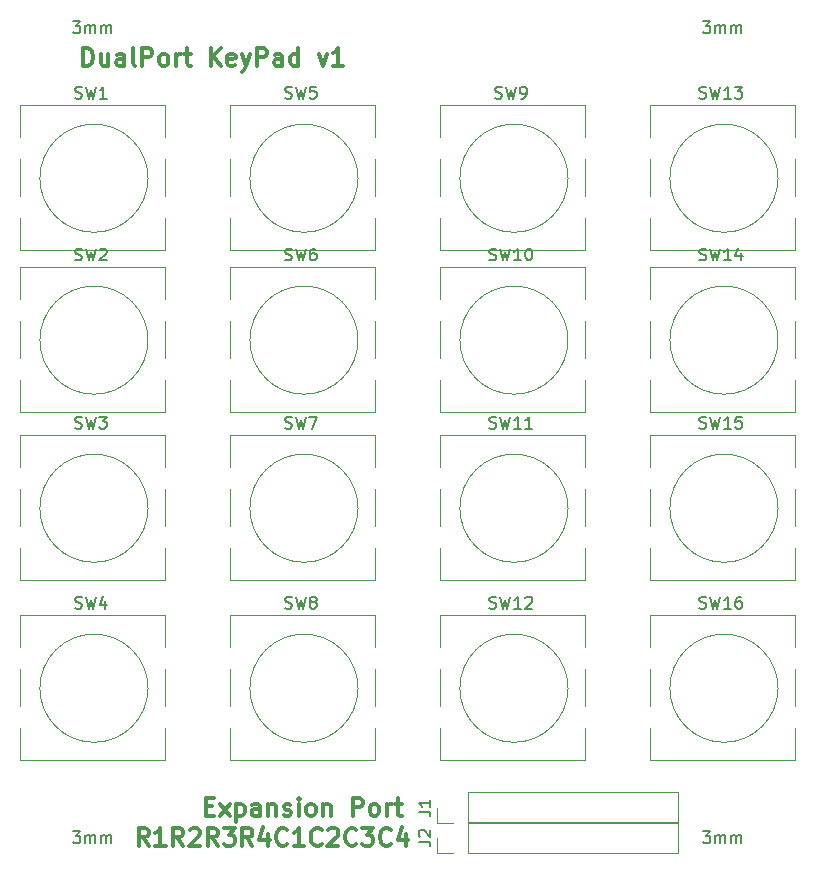
<source format=gbr>
%TF.GenerationSoftware,KiCad,Pcbnew,(6.0.1)*%
%TF.CreationDate,2022-01-27T23:18:00+02:00*%
%TF.ProjectId,Keypadv1,4b657970-6164-4763-912e-6b696361645f,rev?*%
%TF.SameCoordinates,Original*%
%TF.FileFunction,Legend,Top*%
%TF.FilePolarity,Positive*%
%FSLAX46Y46*%
G04 Gerber Fmt 4.6, Leading zero omitted, Abs format (unit mm)*
G04 Created by KiCad (PCBNEW (6.0.1)) date 2022-01-27 23:18:00*
%MOMM*%
%LPD*%
G01*
G04 APERTURE LIST*
%ADD10C,0.300000*%
%ADD11C,0.150000*%
%ADD12C,0.120000*%
G04 APERTURE END LIST*
D10*
X73320000Y-117518571D02*
X72820000Y-116804285D01*
X72462857Y-117518571D02*
X72462857Y-116018571D01*
X73034285Y-116018571D01*
X73177142Y-116090000D01*
X73248571Y-116161428D01*
X73320000Y-116304285D01*
X73320000Y-116518571D01*
X73248571Y-116661428D01*
X73177142Y-116732857D01*
X73034285Y-116804285D01*
X72462857Y-116804285D01*
X74748571Y-117518571D02*
X73891428Y-117518571D01*
X74320000Y-117518571D02*
X74320000Y-116018571D01*
X74177142Y-116232857D01*
X74034285Y-116375714D01*
X73891428Y-116447142D01*
X76248571Y-117518571D02*
X75748571Y-116804285D01*
X75391428Y-117518571D02*
X75391428Y-116018571D01*
X75962857Y-116018571D01*
X76105714Y-116090000D01*
X76177142Y-116161428D01*
X76248571Y-116304285D01*
X76248571Y-116518571D01*
X76177142Y-116661428D01*
X76105714Y-116732857D01*
X75962857Y-116804285D01*
X75391428Y-116804285D01*
X76820000Y-116161428D02*
X76891428Y-116090000D01*
X77034285Y-116018571D01*
X77391428Y-116018571D01*
X77534285Y-116090000D01*
X77605714Y-116161428D01*
X77677142Y-116304285D01*
X77677142Y-116447142D01*
X77605714Y-116661428D01*
X76748571Y-117518571D01*
X77677142Y-117518571D01*
X79177142Y-117518571D02*
X78677142Y-116804285D01*
X78320000Y-117518571D02*
X78320000Y-116018571D01*
X78891428Y-116018571D01*
X79034285Y-116090000D01*
X79105714Y-116161428D01*
X79177142Y-116304285D01*
X79177142Y-116518571D01*
X79105714Y-116661428D01*
X79034285Y-116732857D01*
X78891428Y-116804285D01*
X78320000Y-116804285D01*
X79677142Y-116018571D02*
X80605714Y-116018571D01*
X80105714Y-116590000D01*
X80320000Y-116590000D01*
X80462857Y-116661428D01*
X80534285Y-116732857D01*
X80605714Y-116875714D01*
X80605714Y-117232857D01*
X80534285Y-117375714D01*
X80462857Y-117447142D01*
X80320000Y-117518571D01*
X79891428Y-117518571D01*
X79748571Y-117447142D01*
X79677142Y-117375714D01*
X82105714Y-117518571D02*
X81605714Y-116804285D01*
X81248571Y-117518571D02*
X81248571Y-116018571D01*
X81820000Y-116018571D01*
X81962857Y-116090000D01*
X82034285Y-116161428D01*
X82105714Y-116304285D01*
X82105714Y-116518571D01*
X82034285Y-116661428D01*
X81962857Y-116732857D01*
X81820000Y-116804285D01*
X81248571Y-116804285D01*
X83391428Y-116518571D02*
X83391428Y-117518571D01*
X83034285Y-115947142D02*
X82677142Y-117018571D01*
X83605714Y-117018571D01*
X85034285Y-117375714D02*
X84962857Y-117447142D01*
X84748571Y-117518571D01*
X84605714Y-117518571D01*
X84391428Y-117447142D01*
X84248571Y-117304285D01*
X84177142Y-117161428D01*
X84105714Y-116875714D01*
X84105714Y-116661428D01*
X84177142Y-116375714D01*
X84248571Y-116232857D01*
X84391428Y-116090000D01*
X84605714Y-116018571D01*
X84748571Y-116018571D01*
X84962857Y-116090000D01*
X85034285Y-116161428D01*
X86462857Y-117518571D02*
X85605714Y-117518571D01*
X86034285Y-117518571D02*
X86034285Y-116018571D01*
X85891428Y-116232857D01*
X85748571Y-116375714D01*
X85605714Y-116447142D01*
X87962857Y-117375714D02*
X87891428Y-117447142D01*
X87677142Y-117518571D01*
X87534285Y-117518571D01*
X87320000Y-117447142D01*
X87177142Y-117304285D01*
X87105714Y-117161428D01*
X87034285Y-116875714D01*
X87034285Y-116661428D01*
X87105714Y-116375714D01*
X87177142Y-116232857D01*
X87320000Y-116090000D01*
X87534285Y-116018571D01*
X87677142Y-116018571D01*
X87891428Y-116090000D01*
X87962857Y-116161428D01*
X88534285Y-116161428D02*
X88605714Y-116090000D01*
X88748571Y-116018571D01*
X89105714Y-116018571D01*
X89248571Y-116090000D01*
X89320000Y-116161428D01*
X89391428Y-116304285D01*
X89391428Y-116447142D01*
X89320000Y-116661428D01*
X88462857Y-117518571D01*
X89391428Y-117518571D01*
X90891428Y-117375714D02*
X90820000Y-117447142D01*
X90605714Y-117518571D01*
X90462857Y-117518571D01*
X90248571Y-117447142D01*
X90105714Y-117304285D01*
X90034285Y-117161428D01*
X89962857Y-116875714D01*
X89962857Y-116661428D01*
X90034285Y-116375714D01*
X90105714Y-116232857D01*
X90248571Y-116090000D01*
X90462857Y-116018571D01*
X90605714Y-116018571D01*
X90820000Y-116090000D01*
X90891428Y-116161428D01*
X91391428Y-116018571D02*
X92320000Y-116018571D01*
X91820000Y-116590000D01*
X92034285Y-116590000D01*
X92177142Y-116661428D01*
X92248571Y-116732857D01*
X92320000Y-116875714D01*
X92320000Y-117232857D01*
X92248571Y-117375714D01*
X92177142Y-117447142D01*
X92034285Y-117518571D01*
X91605714Y-117518571D01*
X91462857Y-117447142D01*
X91391428Y-117375714D01*
X93820000Y-117375714D02*
X93748571Y-117447142D01*
X93534285Y-117518571D01*
X93391428Y-117518571D01*
X93177142Y-117447142D01*
X93034285Y-117304285D01*
X92962857Y-117161428D01*
X92891428Y-116875714D01*
X92891428Y-116661428D01*
X92962857Y-116375714D01*
X93034285Y-116232857D01*
X93177142Y-116090000D01*
X93391428Y-116018571D01*
X93534285Y-116018571D01*
X93748571Y-116090000D01*
X93820000Y-116161428D01*
X95105714Y-116518571D02*
X95105714Y-117518571D01*
X94748571Y-115947142D02*
X94391428Y-117018571D01*
X95320000Y-117018571D01*
X78181428Y-114192857D02*
X78681428Y-114192857D01*
X78895714Y-114978571D02*
X78181428Y-114978571D01*
X78181428Y-113478571D01*
X78895714Y-113478571D01*
X79395714Y-114978571D02*
X80181428Y-113978571D01*
X79395714Y-113978571D02*
X80181428Y-114978571D01*
X80752857Y-113978571D02*
X80752857Y-115478571D01*
X80752857Y-114050000D02*
X80895714Y-113978571D01*
X81181428Y-113978571D01*
X81324285Y-114050000D01*
X81395714Y-114121428D01*
X81467142Y-114264285D01*
X81467142Y-114692857D01*
X81395714Y-114835714D01*
X81324285Y-114907142D01*
X81181428Y-114978571D01*
X80895714Y-114978571D01*
X80752857Y-114907142D01*
X82752857Y-114978571D02*
X82752857Y-114192857D01*
X82681428Y-114050000D01*
X82538571Y-113978571D01*
X82252857Y-113978571D01*
X82110000Y-114050000D01*
X82752857Y-114907142D02*
X82610000Y-114978571D01*
X82252857Y-114978571D01*
X82110000Y-114907142D01*
X82038571Y-114764285D01*
X82038571Y-114621428D01*
X82110000Y-114478571D01*
X82252857Y-114407142D01*
X82610000Y-114407142D01*
X82752857Y-114335714D01*
X83467142Y-113978571D02*
X83467142Y-114978571D01*
X83467142Y-114121428D02*
X83538571Y-114050000D01*
X83681428Y-113978571D01*
X83895714Y-113978571D01*
X84038571Y-114050000D01*
X84110000Y-114192857D01*
X84110000Y-114978571D01*
X84752857Y-114907142D02*
X84895714Y-114978571D01*
X85181428Y-114978571D01*
X85324285Y-114907142D01*
X85395714Y-114764285D01*
X85395714Y-114692857D01*
X85324285Y-114550000D01*
X85181428Y-114478571D01*
X84967142Y-114478571D01*
X84824285Y-114407142D01*
X84752857Y-114264285D01*
X84752857Y-114192857D01*
X84824285Y-114050000D01*
X84967142Y-113978571D01*
X85181428Y-113978571D01*
X85324285Y-114050000D01*
X86038571Y-114978571D02*
X86038571Y-113978571D01*
X86038571Y-113478571D02*
X85967142Y-113550000D01*
X86038571Y-113621428D01*
X86110000Y-113550000D01*
X86038571Y-113478571D01*
X86038571Y-113621428D01*
X86967142Y-114978571D02*
X86824285Y-114907142D01*
X86752857Y-114835714D01*
X86681428Y-114692857D01*
X86681428Y-114264285D01*
X86752857Y-114121428D01*
X86824285Y-114050000D01*
X86967142Y-113978571D01*
X87181428Y-113978571D01*
X87324285Y-114050000D01*
X87395714Y-114121428D01*
X87467142Y-114264285D01*
X87467142Y-114692857D01*
X87395714Y-114835714D01*
X87324285Y-114907142D01*
X87181428Y-114978571D01*
X86967142Y-114978571D01*
X88110000Y-113978571D02*
X88110000Y-114978571D01*
X88110000Y-114121428D02*
X88181428Y-114050000D01*
X88324285Y-113978571D01*
X88538571Y-113978571D01*
X88681428Y-114050000D01*
X88752857Y-114192857D01*
X88752857Y-114978571D01*
X90610000Y-114978571D02*
X90610000Y-113478571D01*
X91181428Y-113478571D01*
X91324285Y-113550000D01*
X91395714Y-113621428D01*
X91467142Y-113764285D01*
X91467142Y-113978571D01*
X91395714Y-114121428D01*
X91324285Y-114192857D01*
X91181428Y-114264285D01*
X90610000Y-114264285D01*
X92324285Y-114978571D02*
X92181428Y-114907142D01*
X92110000Y-114835714D01*
X92038571Y-114692857D01*
X92038571Y-114264285D01*
X92110000Y-114121428D01*
X92181428Y-114050000D01*
X92324285Y-113978571D01*
X92538571Y-113978571D01*
X92681428Y-114050000D01*
X92752857Y-114121428D01*
X92824285Y-114264285D01*
X92824285Y-114692857D01*
X92752857Y-114835714D01*
X92681428Y-114907142D01*
X92538571Y-114978571D01*
X92324285Y-114978571D01*
X93467142Y-114978571D02*
X93467142Y-113978571D01*
X93467142Y-114264285D02*
X93538571Y-114121428D01*
X93610000Y-114050000D01*
X93752857Y-113978571D01*
X93895714Y-113978571D01*
X94181428Y-113978571D02*
X94752857Y-113978571D01*
X94395714Y-113478571D02*
X94395714Y-114764285D01*
X94467142Y-114907142D01*
X94610000Y-114978571D01*
X94752857Y-114978571D01*
X67775714Y-51478571D02*
X67775714Y-49978571D01*
X68132857Y-49978571D01*
X68347142Y-50050000D01*
X68490000Y-50192857D01*
X68561428Y-50335714D01*
X68632857Y-50621428D01*
X68632857Y-50835714D01*
X68561428Y-51121428D01*
X68490000Y-51264285D01*
X68347142Y-51407142D01*
X68132857Y-51478571D01*
X67775714Y-51478571D01*
X69918571Y-50478571D02*
X69918571Y-51478571D01*
X69275714Y-50478571D02*
X69275714Y-51264285D01*
X69347142Y-51407142D01*
X69490000Y-51478571D01*
X69704285Y-51478571D01*
X69847142Y-51407142D01*
X69918571Y-51335714D01*
X71275714Y-51478571D02*
X71275714Y-50692857D01*
X71204285Y-50550000D01*
X71061428Y-50478571D01*
X70775714Y-50478571D01*
X70632857Y-50550000D01*
X71275714Y-51407142D02*
X71132857Y-51478571D01*
X70775714Y-51478571D01*
X70632857Y-51407142D01*
X70561428Y-51264285D01*
X70561428Y-51121428D01*
X70632857Y-50978571D01*
X70775714Y-50907142D01*
X71132857Y-50907142D01*
X71275714Y-50835714D01*
X72204285Y-51478571D02*
X72061428Y-51407142D01*
X71990000Y-51264285D01*
X71990000Y-49978571D01*
X72775714Y-51478571D02*
X72775714Y-49978571D01*
X73347142Y-49978571D01*
X73490000Y-50050000D01*
X73561428Y-50121428D01*
X73632857Y-50264285D01*
X73632857Y-50478571D01*
X73561428Y-50621428D01*
X73490000Y-50692857D01*
X73347142Y-50764285D01*
X72775714Y-50764285D01*
X74490000Y-51478571D02*
X74347142Y-51407142D01*
X74275714Y-51335714D01*
X74204285Y-51192857D01*
X74204285Y-50764285D01*
X74275714Y-50621428D01*
X74347142Y-50550000D01*
X74490000Y-50478571D01*
X74704285Y-50478571D01*
X74847142Y-50550000D01*
X74918571Y-50621428D01*
X74990000Y-50764285D01*
X74990000Y-51192857D01*
X74918571Y-51335714D01*
X74847142Y-51407142D01*
X74704285Y-51478571D01*
X74490000Y-51478571D01*
X75632857Y-51478571D02*
X75632857Y-50478571D01*
X75632857Y-50764285D02*
X75704285Y-50621428D01*
X75775714Y-50550000D01*
X75918571Y-50478571D01*
X76061428Y-50478571D01*
X76347142Y-50478571D02*
X76918571Y-50478571D01*
X76561428Y-49978571D02*
X76561428Y-51264285D01*
X76632857Y-51407142D01*
X76775714Y-51478571D01*
X76918571Y-51478571D01*
X78561428Y-51478571D02*
X78561428Y-49978571D01*
X79418571Y-51478571D02*
X78775714Y-50621428D01*
X79418571Y-49978571D02*
X78561428Y-50835714D01*
X80632857Y-51407142D02*
X80490000Y-51478571D01*
X80204285Y-51478571D01*
X80061428Y-51407142D01*
X79990000Y-51264285D01*
X79990000Y-50692857D01*
X80061428Y-50550000D01*
X80204285Y-50478571D01*
X80490000Y-50478571D01*
X80632857Y-50550000D01*
X80704285Y-50692857D01*
X80704285Y-50835714D01*
X79990000Y-50978571D01*
X81204285Y-50478571D02*
X81561428Y-51478571D01*
X81918571Y-50478571D02*
X81561428Y-51478571D01*
X81418571Y-51835714D01*
X81347142Y-51907142D01*
X81204285Y-51978571D01*
X82490000Y-51478571D02*
X82490000Y-49978571D01*
X83061428Y-49978571D01*
X83204285Y-50050000D01*
X83275714Y-50121428D01*
X83347142Y-50264285D01*
X83347142Y-50478571D01*
X83275714Y-50621428D01*
X83204285Y-50692857D01*
X83061428Y-50764285D01*
X82490000Y-50764285D01*
X84632857Y-51478571D02*
X84632857Y-50692857D01*
X84561428Y-50550000D01*
X84418571Y-50478571D01*
X84132857Y-50478571D01*
X83990000Y-50550000D01*
X84632857Y-51407142D02*
X84490000Y-51478571D01*
X84132857Y-51478571D01*
X83990000Y-51407142D01*
X83918571Y-51264285D01*
X83918571Y-51121428D01*
X83990000Y-50978571D01*
X84132857Y-50907142D01*
X84490000Y-50907142D01*
X84632857Y-50835714D01*
X85990000Y-51478571D02*
X85990000Y-49978571D01*
X85990000Y-51407142D02*
X85847142Y-51478571D01*
X85561428Y-51478571D01*
X85418571Y-51407142D01*
X85347142Y-51335714D01*
X85275714Y-51192857D01*
X85275714Y-50764285D01*
X85347142Y-50621428D01*
X85418571Y-50550000D01*
X85561428Y-50478571D01*
X85847142Y-50478571D01*
X85990000Y-50550000D01*
X87704285Y-50478571D02*
X88061428Y-51478571D01*
X88418571Y-50478571D01*
X89775714Y-51478571D02*
X88918571Y-51478571D01*
X89347142Y-51478571D02*
X89347142Y-49978571D01*
X89204285Y-50192857D01*
X89061428Y-50335714D01*
X88918571Y-50407142D01*
D11*
%TO.C,SW5*%
X84866666Y-54204761D02*
X85009523Y-54252380D01*
X85247619Y-54252380D01*
X85342857Y-54204761D01*
X85390476Y-54157142D01*
X85438095Y-54061904D01*
X85438095Y-53966666D01*
X85390476Y-53871428D01*
X85342857Y-53823809D01*
X85247619Y-53776190D01*
X85057142Y-53728571D01*
X84961904Y-53680952D01*
X84914285Y-53633333D01*
X84866666Y-53538095D01*
X84866666Y-53442857D01*
X84914285Y-53347619D01*
X84961904Y-53300000D01*
X85057142Y-53252380D01*
X85295238Y-53252380D01*
X85438095Y-53300000D01*
X85771428Y-53252380D02*
X86009523Y-54252380D01*
X86200000Y-53538095D01*
X86390476Y-54252380D01*
X86628571Y-53252380D01*
X87485714Y-53252380D02*
X87009523Y-53252380D01*
X86961904Y-53728571D01*
X87009523Y-53680952D01*
X87104761Y-53633333D01*
X87342857Y-53633333D01*
X87438095Y-53680952D01*
X87485714Y-53728571D01*
X87533333Y-53823809D01*
X87533333Y-54061904D01*
X87485714Y-54157142D01*
X87438095Y-54204761D01*
X87342857Y-54252380D01*
X87104761Y-54252380D01*
X87009523Y-54204761D01*
X86961904Y-54157142D01*
%TO.C,SW2*%
X67086666Y-67914761D02*
X67229523Y-67962380D01*
X67467619Y-67962380D01*
X67562857Y-67914761D01*
X67610476Y-67867142D01*
X67658095Y-67771904D01*
X67658095Y-67676666D01*
X67610476Y-67581428D01*
X67562857Y-67533809D01*
X67467619Y-67486190D01*
X67277142Y-67438571D01*
X67181904Y-67390952D01*
X67134285Y-67343333D01*
X67086666Y-67248095D01*
X67086666Y-67152857D01*
X67134285Y-67057619D01*
X67181904Y-67010000D01*
X67277142Y-66962380D01*
X67515238Y-66962380D01*
X67658095Y-67010000D01*
X67991428Y-66962380D02*
X68229523Y-67962380D01*
X68420000Y-67248095D01*
X68610476Y-67962380D01*
X68848571Y-66962380D01*
X69181904Y-67057619D02*
X69229523Y-67010000D01*
X69324761Y-66962380D01*
X69562857Y-66962380D01*
X69658095Y-67010000D01*
X69705714Y-67057619D01*
X69753333Y-67152857D01*
X69753333Y-67248095D01*
X69705714Y-67390952D01*
X69134285Y-67962380D01*
X69753333Y-67962380D01*
%TO.C,SW4*%
X67086666Y-97384761D02*
X67229523Y-97432380D01*
X67467619Y-97432380D01*
X67562857Y-97384761D01*
X67610476Y-97337142D01*
X67658095Y-97241904D01*
X67658095Y-97146666D01*
X67610476Y-97051428D01*
X67562857Y-97003809D01*
X67467619Y-96956190D01*
X67277142Y-96908571D01*
X67181904Y-96860952D01*
X67134285Y-96813333D01*
X67086666Y-96718095D01*
X67086666Y-96622857D01*
X67134285Y-96527619D01*
X67181904Y-96480000D01*
X67277142Y-96432380D01*
X67515238Y-96432380D01*
X67658095Y-96480000D01*
X67991428Y-96432380D02*
X68229523Y-97432380D01*
X68420000Y-96718095D01*
X68610476Y-97432380D01*
X68848571Y-96432380D01*
X69658095Y-96765714D02*
X69658095Y-97432380D01*
X69420000Y-96384761D02*
X69181904Y-97099047D01*
X69800952Y-97099047D01*
%TO.C,SW6*%
X84866666Y-67914761D02*
X85009523Y-67962380D01*
X85247619Y-67962380D01*
X85342857Y-67914761D01*
X85390476Y-67867142D01*
X85438095Y-67771904D01*
X85438095Y-67676666D01*
X85390476Y-67581428D01*
X85342857Y-67533809D01*
X85247619Y-67486190D01*
X85057142Y-67438571D01*
X84961904Y-67390952D01*
X84914285Y-67343333D01*
X84866666Y-67248095D01*
X84866666Y-67152857D01*
X84914285Y-67057619D01*
X84961904Y-67010000D01*
X85057142Y-66962380D01*
X85295238Y-66962380D01*
X85438095Y-67010000D01*
X85771428Y-66962380D02*
X86009523Y-67962380D01*
X86200000Y-67248095D01*
X86390476Y-67962380D01*
X86628571Y-66962380D01*
X87438095Y-66962380D02*
X87247619Y-66962380D01*
X87152380Y-67010000D01*
X87104761Y-67057619D01*
X87009523Y-67200476D01*
X86961904Y-67390952D01*
X86961904Y-67771904D01*
X87009523Y-67867142D01*
X87057142Y-67914761D01*
X87152380Y-67962380D01*
X87342857Y-67962380D01*
X87438095Y-67914761D01*
X87485714Y-67867142D01*
X87533333Y-67771904D01*
X87533333Y-67533809D01*
X87485714Y-67438571D01*
X87438095Y-67390952D01*
X87342857Y-67343333D01*
X87152380Y-67343333D01*
X87057142Y-67390952D01*
X87009523Y-67438571D01*
X86961904Y-67533809D01*
%TO.C,J2*%
X96182380Y-117173333D02*
X96896666Y-117173333D01*
X97039523Y-117220952D01*
X97134761Y-117316190D01*
X97182380Y-117459047D01*
X97182380Y-117554285D01*
X96277619Y-116744761D02*
X96230000Y-116697142D01*
X96182380Y-116601904D01*
X96182380Y-116363809D01*
X96230000Y-116268571D01*
X96277619Y-116220952D01*
X96372857Y-116173333D01*
X96468095Y-116173333D01*
X96610952Y-116220952D01*
X97182380Y-116792380D01*
X97182380Y-116173333D01*
%TO.C,SW10*%
X102170476Y-67914761D02*
X102313333Y-67962380D01*
X102551428Y-67962380D01*
X102646666Y-67914761D01*
X102694285Y-67867142D01*
X102741904Y-67771904D01*
X102741904Y-67676666D01*
X102694285Y-67581428D01*
X102646666Y-67533809D01*
X102551428Y-67486190D01*
X102360952Y-67438571D01*
X102265714Y-67390952D01*
X102218095Y-67343333D01*
X102170476Y-67248095D01*
X102170476Y-67152857D01*
X102218095Y-67057619D01*
X102265714Y-67010000D01*
X102360952Y-66962380D01*
X102599047Y-66962380D01*
X102741904Y-67010000D01*
X103075238Y-66962380D02*
X103313333Y-67962380D01*
X103503809Y-67248095D01*
X103694285Y-67962380D01*
X103932380Y-66962380D01*
X104837142Y-67962380D02*
X104265714Y-67962380D01*
X104551428Y-67962380D02*
X104551428Y-66962380D01*
X104456190Y-67105238D01*
X104360952Y-67200476D01*
X104265714Y-67248095D01*
X105456190Y-66962380D02*
X105551428Y-66962380D01*
X105646666Y-67010000D01*
X105694285Y-67057619D01*
X105741904Y-67152857D01*
X105789523Y-67343333D01*
X105789523Y-67581428D01*
X105741904Y-67771904D01*
X105694285Y-67867142D01*
X105646666Y-67914761D01*
X105551428Y-67962380D01*
X105456190Y-67962380D01*
X105360952Y-67914761D01*
X105313333Y-67867142D01*
X105265714Y-67771904D01*
X105218095Y-67581428D01*
X105218095Y-67343333D01*
X105265714Y-67152857D01*
X105313333Y-67057619D01*
X105360952Y-67010000D01*
X105456190Y-66962380D01*
%TO.C,3mm*%
X120253333Y-116292380D02*
X120872380Y-116292380D01*
X120539047Y-116673333D01*
X120681904Y-116673333D01*
X120777142Y-116720952D01*
X120824761Y-116768571D01*
X120872380Y-116863809D01*
X120872380Y-117101904D01*
X120824761Y-117197142D01*
X120777142Y-117244761D01*
X120681904Y-117292380D01*
X120396190Y-117292380D01*
X120300952Y-117244761D01*
X120253333Y-117197142D01*
X121300952Y-117292380D02*
X121300952Y-116625714D01*
X121300952Y-116720952D02*
X121348571Y-116673333D01*
X121443809Y-116625714D01*
X121586666Y-116625714D01*
X121681904Y-116673333D01*
X121729523Y-116768571D01*
X121729523Y-117292380D01*
X121729523Y-116768571D02*
X121777142Y-116673333D01*
X121872380Y-116625714D01*
X122015238Y-116625714D01*
X122110476Y-116673333D01*
X122158095Y-116768571D01*
X122158095Y-117292380D01*
X122634285Y-117292380D02*
X122634285Y-116625714D01*
X122634285Y-116720952D02*
X122681904Y-116673333D01*
X122777142Y-116625714D01*
X122920000Y-116625714D01*
X123015238Y-116673333D01*
X123062857Y-116768571D01*
X123062857Y-117292380D01*
X123062857Y-116768571D02*
X123110476Y-116673333D01*
X123205714Y-116625714D01*
X123348571Y-116625714D01*
X123443809Y-116673333D01*
X123491428Y-116768571D01*
X123491428Y-117292380D01*
%TO.C,SW1*%
X67086666Y-54204761D02*
X67229523Y-54252380D01*
X67467619Y-54252380D01*
X67562857Y-54204761D01*
X67610476Y-54157142D01*
X67658095Y-54061904D01*
X67658095Y-53966666D01*
X67610476Y-53871428D01*
X67562857Y-53823809D01*
X67467619Y-53776190D01*
X67277142Y-53728571D01*
X67181904Y-53680952D01*
X67134285Y-53633333D01*
X67086666Y-53538095D01*
X67086666Y-53442857D01*
X67134285Y-53347619D01*
X67181904Y-53300000D01*
X67277142Y-53252380D01*
X67515238Y-53252380D01*
X67658095Y-53300000D01*
X67991428Y-53252380D02*
X68229523Y-54252380D01*
X68420000Y-53538095D01*
X68610476Y-54252380D01*
X68848571Y-53252380D01*
X69753333Y-54252380D02*
X69181904Y-54252380D01*
X69467619Y-54252380D02*
X69467619Y-53252380D01*
X69372380Y-53395238D01*
X69277142Y-53490476D01*
X69181904Y-53538095D01*
%TO.C,SW11*%
X102170476Y-82144761D02*
X102313333Y-82192380D01*
X102551428Y-82192380D01*
X102646666Y-82144761D01*
X102694285Y-82097142D01*
X102741904Y-82001904D01*
X102741904Y-81906666D01*
X102694285Y-81811428D01*
X102646666Y-81763809D01*
X102551428Y-81716190D01*
X102360952Y-81668571D01*
X102265714Y-81620952D01*
X102218095Y-81573333D01*
X102170476Y-81478095D01*
X102170476Y-81382857D01*
X102218095Y-81287619D01*
X102265714Y-81240000D01*
X102360952Y-81192380D01*
X102599047Y-81192380D01*
X102741904Y-81240000D01*
X103075238Y-81192380D02*
X103313333Y-82192380D01*
X103503809Y-81478095D01*
X103694285Y-82192380D01*
X103932380Y-81192380D01*
X104837142Y-82192380D02*
X104265714Y-82192380D01*
X104551428Y-82192380D02*
X104551428Y-81192380D01*
X104456190Y-81335238D01*
X104360952Y-81430476D01*
X104265714Y-81478095D01*
X105789523Y-82192380D02*
X105218095Y-82192380D01*
X105503809Y-82192380D02*
X105503809Y-81192380D01*
X105408571Y-81335238D01*
X105313333Y-81430476D01*
X105218095Y-81478095D01*
%TO.C,SW15*%
X119950476Y-82144761D02*
X120093333Y-82192380D01*
X120331428Y-82192380D01*
X120426666Y-82144761D01*
X120474285Y-82097142D01*
X120521904Y-82001904D01*
X120521904Y-81906666D01*
X120474285Y-81811428D01*
X120426666Y-81763809D01*
X120331428Y-81716190D01*
X120140952Y-81668571D01*
X120045714Y-81620952D01*
X119998095Y-81573333D01*
X119950476Y-81478095D01*
X119950476Y-81382857D01*
X119998095Y-81287619D01*
X120045714Y-81240000D01*
X120140952Y-81192380D01*
X120379047Y-81192380D01*
X120521904Y-81240000D01*
X120855238Y-81192380D02*
X121093333Y-82192380D01*
X121283809Y-81478095D01*
X121474285Y-82192380D01*
X121712380Y-81192380D01*
X122617142Y-82192380D02*
X122045714Y-82192380D01*
X122331428Y-82192380D02*
X122331428Y-81192380D01*
X122236190Y-81335238D01*
X122140952Y-81430476D01*
X122045714Y-81478095D01*
X123521904Y-81192380D02*
X123045714Y-81192380D01*
X122998095Y-81668571D01*
X123045714Y-81620952D01*
X123140952Y-81573333D01*
X123379047Y-81573333D01*
X123474285Y-81620952D01*
X123521904Y-81668571D01*
X123569523Y-81763809D01*
X123569523Y-82001904D01*
X123521904Y-82097142D01*
X123474285Y-82144761D01*
X123379047Y-82192380D01*
X123140952Y-82192380D01*
X123045714Y-82144761D01*
X122998095Y-82097142D01*
%TO.C,SW12*%
X102170476Y-97384761D02*
X102313333Y-97432380D01*
X102551428Y-97432380D01*
X102646666Y-97384761D01*
X102694285Y-97337142D01*
X102741904Y-97241904D01*
X102741904Y-97146666D01*
X102694285Y-97051428D01*
X102646666Y-97003809D01*
X102551428Y-96956190D01*
X102360952Y-96908571D01*
X102265714Y-96860952D01*
X102218095Y-96813333D01*
X102170476Y-96718095D01*
X102170476Y-96622857D01*
X102218095Y-96527619D01*
X102265714Y-96480000D01*
X102360952Y-96432380D01*
X102599047Y-96432380D01*
X102741904Y-96480000D01*
X103075238Y-96432380D02*
X103313333Y-97432380D01*
X103503809Y-96718095D01*
X103694285Y-97432380D01*
X103932380Y-96432380D01*
X104837142Y-97432380D02*
X104265714Y-97432380D01*
X104551428Y-97432380D02*
X104551428Y-96432380D01*
X104456190Y-96575238D01*
X104360952Y-96670476D01*
X104265714Y-96718095D01*
X105218095Y-96527619D02*
X105265714Y-96480000D01*
X105360952Y-96432380D01*
X105599047Y-96432380D01*
X105694285Y-96480000D01*
X105741904Y-96527619D01*
X105789523Y-96622857D01*
X105789523Y-96718095D01*
X105741904Y-96860952D01*
X105170476Y-97432380D01*
X105789523Y-97432380D01*
%TO.C,SW8*%
X84866666Y-97384761D02*
X85009523Y-97432380D01*
X85247619Y-97432380D01*
X85342857Y-97384761D01*
X85390476Y-97337142D01*
X85438095Y-97241904D01*
X85438095Y-97146666D01*
X85390476Y-97051428D01*
X85342857Y-97003809D01*
X85247619Y-96956190D01*
X85057142Y-96908571D01*
X84961904Y-96860952D01*
X84914285Y-96813333D01*
X84866666Y-96718095D01*
X84866666Y-96622857D01*
X84914285Y-96527619D01*
X84961904Y-96480000D01*
X85057142Y-96432380D01*
X85295238Y-96432380D01*
X85438095Y-96480000D01*
X85771428Y-96432380D02*
X86009523Y-97432380D01*
X86200000Y-96718095D01*
X86390476Y-97432380D01*
X86628571Y-96432380D01*
X87152380Y-96860952D02*
X87057142Y-96813333D01*
X87009523Y-96765714D01*
X86961904Y-96670476D01*
X86961904Y-96622857D01*
X87009523Y-96527619D01*
X87057142Y-96480000D01*
X87152380Y-96432380D01*
X87342857Y-96432380D01*
X87438095Y-96480000D01*
X87485714Y-96527619D01*
X87533333Y-96622857D01*
X87533333Y-96670476D01*
X87485714Y-96765714D01*
X87438095Y-96813333D01*
X87342857Y-96860952D01*
X87152380Y-96860952D01*
X87057142Y-96908571D01*
X87009523Y-96956190D01*
X86961904Y-97051428D01*
X86961904Y-97241904D01*
X87009523Y-97337142D01*
X87057142Y-97384761D01*
X87152380Y-97432380D01*
X87342857Y-97432380D01*
X87438095Y-97384761D01*
X87485714Y-97337142D01*
X87533333Y-97241904D01*
X87533333Y-97051428D01*
X87485714Y-96956190D01*
X87438095Y-96908571D01*
X87342857Y-96860952D01*
%TO.C,3mm*%
X66913333Y-47712380D02*
X67532380Y-47712380D01*
X67199047Y-48093333D01*
X67341904Y-48093333D01*
X67437142Y-48140952D01*
X67484761Y-48188571D01*
X67532380Y-48283809D01*
X67532380Y-48521904D01*
X67484761Y-48617142D01*
X67437142Y-48664761D01*
X67341904Y-48712380D01*
X67056190Y-48712380D01*
X66960952Y-48664761D01*
X66913333Y-48617142D01*
X67960952Y-48712380D02*
X67960952Y-48045714D01*
X67960952Y-48140952D02*
X68008571Y-48093333D01*
X68103809Y-48045714D01*
X68246666Y-48045714D01*
X68341904Y-48093333D01*
X68389523Y-48188571D01*
X68389523Y-48712380D01*
X68389523Y-48188571D02*
X68437142Y-48093333D01*
X68532380Y-48045714D01*
X68675238Y-48045714D01*
X68770476Y-48093333D01*
X68818095Y-48188571D01*
X68818095Y-48712380D01*
X69294285Y-48712380D02*
X69294285Y-48045714D01*
X69294285Y-48140952D02*
X69341904Y-48093333D01*
X69437142Y-48045714D01*
X69580000Y-48045714D01*
X69675238Y-48093333D01*
X69722857Y-48188571D01*
X69722857Y-48712380D01*
X69722857Y-48188571D02*
X69770476Y-48093333D01*
X69865714Y-48045714D01*
X70008571Y-48045714D01*
X70103809Y-48093333D01*
X70151428Y-48188571D01*
X70151428Y-48712380D01*
%TO.C,J1*%
X96182380Y-114633333D02*
X96896666Y-114633333D01*
X97039523Y-114680952D01*
X97134761Y-114776190D01*
X97182380Y-114919047D01*
X97182380Y-115014285D01*
X97182380Y-113633333D02*
X97182380Y-114204761D01*
X97182380Y-113919047D02*
X96182380Y-113919047D01*
X96325238Y-114014285D01*
X96420476Y-114109523D01*
X96468095Y-114204761D01*
%TO.C,SW9*%
X102646666Y-54204761D02*
X102789523Y-54252380D01*
X103027619Y-54252380D01*
X103122857Y-54204761D01*
X103170476Y-54157142D01*
X103218095Y-54061904D01*
X103218095Y-53966666D01*
X103170476Y-53871428D01*
X103122857Y-53823809D01*
X103027619Y-53776190D01*
X102837142Y-53728571D01*
X102741904Y-53680952D01*
X102694285Y-53633333D01*
X102646666Y-53538095D01*
X102646666Y-53442857D01*
X102694285Y-53347619D01*
X102741904Y-53300000D01*
X102837142Y-53252380D01*
X103075238Y-53252380D01*
X103218095Y-53300000D01*
X103551428Y-53252380D02*
X103789523Y-54252380D01*
X103980000Y-53538095D01*
X104170476Y-54252380D01*
X104408571Y-53252380D01*
X104837142Y-54252380D02*
X105027619Y-54252380D01*
X105122857Y-54204761D01*
X105170476Y-54157142D01*
X105265714Y-54014285D01*
X105313333Y-53823809D01*
X105313333Y-53442857D01*
X105265714Y-53347619D01*
X105218095Y-53300000D01*
X105122857Y-53252380D01*
X104932380Y-53252380D01*
X104837142Y-53300000D01*
X104789523Y-53347619D01*
X104741904Y-53442857D01*
X104741904Y-53680952D01*
X104789523Y-53776190D01*
X104837142Y-53823809D01*
X104932380Y-53871428D01*
X105122857Y-53871428D01*
X105218095Y-53823809D01*
X105265714Y-53776190D01*
X105313333Y-53680952D01*
%TO.C,3mm*%
X120253333Y-47712380D02*
X120872380Y-47712380D01*
X120539047Y-48093333D01*
X120681904Y-48093333D01*
X120777142Y-48140952D01*
X120824761Y-48188571D01*
X120872380Y-48283809D01*
X120872380Y-48521904D01*
X120824761Y-48617142D01*
X120777142Y-48664761D01*
X120681904Y-48712380D01*
X120396190Y-48712380D01*
X120300952Y-48664761D01*
X120253333Y-48617142D01*
X121300952Y-48712380D02*
X121300952Y-48045714D01*
X121300952Y-48140952D02*
X121348571Y-48093333D01*
X121443809Y-48045714D01*
X121586666Y-48045714D01*
X121681904Y-48093333D01*
X121729523Y-48188571D01*
X121729523Y-48712380D01*
X121729523Y-48188571D02*
X121777142Y-48093333D01*
X121872380Y-48045714D01*
X122015238Y-48045714D01*
X122110476Y-48093333D01*
X122158095Y-48188571D01*
X122158095Y-48712380D01*
X122634285Y-48712380D02*
X122634285Y-48045714D01*
X122634285Y-48140952D02*
X122681904Y-48093333D01*
X122777142Y-48045714D01*
X122920000Y-48045714D01*
X123015238Y-48093333D01*
X123062857Y-48188571D01*
X123062857Y-48712380D01*
X123062857Y-48188571D02*
X123110476Y-48093333D01*
X123205714Y-48045714D01*
X123348571Y-48045714D01*
X123443809Y-48093333D01*
X123491428Y-48188571D01*
X123491428Y-48712380D01*
%TO.C,SW7*%
X84866666Y-82144761D02*
X85009523Y-82192380D01*
X85247619Y-82192380D01*
X85342857Y-82144761D01*
X85390476Y-82097142D01*
X85438095Y-82001904D01*
X85438095Y-81906666D01*
X85390476Y-81811428D01*
X85342857Y-81763809D01*
X85247619Y-81716190D01*
X85057142Y-81668571D01*
X84961904Y-81620952D01*
X84914285Y-81573333D01*
X84866666Y-81478095D01*
X84866666Y-81382857D01*
X84914285Y-81287619D01*
X84961904Y-81240000D01*
X85057142Y-81192380D01*
X85295238Y-81192380D01*
X85438095Y-81240000D01*
X85771428Y-81192380D02*
X86009523Y-82192380D01*
X86200000Y-81478095D01*
X86390476Y-82192380D01*
X86628571Y-81192380D01*
X86914285Y-81192380D02*
X87580952Y-81192380D01*
X87152380Y-82192380D01*
%TO.C,3mm*%
X66913333Y-116292380D02*
X67532380Y-116292380D01*
X67199047Y-116673333D01*
X67341904Y-116673333D01*
X67437142Y-116720952D01*
X67484761Y-116768571D01*
X67532380Y-116863809D01*
X67532380Y-117101904D01*
X67484761Y-117197142D01*
X67437142Y-117244761D01*
X67341904Y-117292380D01*
X67056190Y-117292380D01*
X66960952Y-117244761D01*
X66913333Y-117197142D01*
X67960952Y-117292380D02*
X67960952Y-116625714D01*
X67960952Y-116720952D02*
X68008571Y-116673333D01*
X68103809Y-116625714D01*
X68246666Y-116625714D01*
X68341904Y-116673333D01*
X68389523Y-116768571D01*
X68389523Y-117292380D01*
X68389523Y-116768571D02*
X68437142Y-116673333D01*
X68532380Y-116625714D01*
X68675238Y-116625714D01*
X68770476Y-116673333D01*
X68818095Y-116768571D01*
X68818095Y-117292380D01*
X69294285Y-117292380D02*
X69294285Y-116625714D01*
X69294285Y-116720952D02*
X69341904Y-116673333D01*
X69437142Y-116625714D01*
X69580000Y-116625714D01*
X69675238Y-116673333D01*
X69722857Y-116768571D01*
X69722857Y-117292380D01*
X69722857Y-116768571D02*
X69770476Y-116673333D01*
X69865714Y-116625714D01*
X70008571Y-116625714D01*
X70103809Y-116673333D01*
X70151428Y-116768571D01*
X70151428Y-117292380D01*
%TO.C,SW16*%
X119950476Y-97384761D02*
X120093333Y-97432380D01*
X120331428Y-97432380D01*
X120426666Y-97384761D01*
X120474285Y-97337142D01*
X120521904Y-97241904D01*
X120521904Y-97146666D01*
X120474285Y-97051428D01*
X120426666Y-97003809D01*
X120331428Y-96956190D01*
X120140952Y-96908571D01*
X120045714Y-96860952D01*
X119998095Y-96813333D01*
X119950476Y-96718095D01*
X119950476Y-96622857D01*
X119998095Y-96527619D01*
X120045714Y-96480000D01*
X120140952Y-96432380D01*
X120379047Y-96432380D01*
X120521904Y-96480000D01*
X120855238Y-96432380D02*
X121093333Y-97432380D01*
X121283809Y-96718095D01*
X121474285Y-97432380D01*
X121712380Y-96432380D01*
X122617142Y-97432380D02*
X122045714Y-97432380D01*
X122331428Y-97432380D02*
X122331428Y-96432380D01*
X122236190Y-96575238D01*
X122140952Y-96670476D01*
X122045714Y-96718095D01*
X123474285Y-96432380D02*
X123283809Y-96432380D01*
X123188571Y-96480000D01*
X123140952Y-96527619D01*
X123045714Y-96670476D01*
X122998095Y-96860952D01*
X122998095Y-97241904D01*
X123045714Y-97337142D01*
X123093333Y-97384761D01*
X123188571Y-97432380D01*
X123379047Y-97432380D01*
X123474285Y-97384761D01*
X123521904Y-97337142D01*
X123569523Y-97241904D01*
X123569523Y-97003809D01*
X123521904Y-96908571D01*
X123474285Y-96860952D01*
X123379047Y-96813333D01*
X123188571Y-96813333D01*
X123093333Y-96860952D01*
X123045714Y-96908571D01*
X122998095Y-97003809D01*
%TO.C,SW13*%
X119950476Y-54204761D02*
X120093333Y-54252380D01*
X120331428Y-54252380D01*
X120426666Y-54204761D01*
X120474285Y-54157142D01*
X120521904Y-54061904D01*
X120521904Y-53966666D01*
X120474285Y-53871428D01*
X120426666Y-53823809D01*
X120331428Y-53776190D01*
X120140952Y-53728571D01*
X120045714Y-53680952D01*
X119998095Y-53633333D01*
X119950476Y-53538095D01*
X119950476Y-53442857D01*
X119998095Y-53347619D01*
X120045714Y-53300000D01*
X120140952Y-53252380D01*
X120379047Y-53252380D01*
X120521904Y-53300000D01*
X120855238Y-53252380D02*
X121093333Y-54252380D01*
X121283809Y-53538095D01*
X121474285Y-54252380D01*
X121712380Y-53252380D01*
X122617142Y-54252380D02*
X122045714Y-54252380D01*
X122331428Y-54252380D02*
X122331428Y-53252380D01*
X122236190Y-53395238D01*
X122140952Y-53490476D01*
X122045714Y-53538095D01*
X122950476Y-53252380D02*
X123569523Y-53252380D01*
X123236190Y-53633333D01*
X123379047Y-53633333D01*
X123474285Y-53680952D01*
X123521904Y-53728571D01*
X123569523Y-53823809D01*
X123569523Y-54061904D01*
X123521904Y-54157142D01*
X123474285Y-54204761D01*
X123379047Y-54252380D01*
X123093333Y-54252380D01*
X122998095Y-54204761D01*
X122950476Y-54157142D01*
%TO.C,SW14*%
X119950476Y-67914761D02*
X120093333Y-67962380D01*
X120331428Y-67962380D01*
X120426666Y-67914761D01*
X120474285Y-67867142D01*
X120521904Y-67771904D01*
X120521904Y-67676666D01*
X120474285Y-67581428D01*
X120426666Y-67533809D01*
X120331428Y-67486190D01*
X120140952Y-67438571D01*
X120045714Y-67390952D01*
X119998095Y-67343333D01*
X119950476Y-67248095D01*
X119950476Y-67152857D01*
X119998095Y-67057619D01*
X120045714Y-67010000D01*
X120140952Y-66962380D01*
X120379047Y-66962380D01*
X120521904Y-67010000D01*
X120855238Y-66962380D02*
X121093333Y-67962380D01*
X121283809Y-67248095D01*
X121474285Y-67962380D01*
X121712380Y-66962380D01*
X122617142Y-67962380D02*
X122045714Y-67962380D01*
X122331428Y-67962380D02*
X122331428Y-66962380D01*
X122236190Y-67105238D01*
X122140952Y-67200476D01*
X122045714Y-67248095D01*
X123474285Y-67295714D02*
X123474285Y-67962380D01*
X123236190Y-66914761D02*
X122998095Y-67629047D01*
X123617142Y-67629047D01*
%TO.C,SW3*%
X67086666Y-82144761D02*
X67229523Y-82192380D01*
X67467619Y-82192380D01*
X67562857Y-82144761D01*
X67610476Y-82097142D01*
X67658095Y-82001904D01*
X67658095Y-81906666D01*
X67610476Y-81811428D01*
X67562857Y-81763809D01*
X67467619Y-81716190D01*
X67277142Y-81668571D01*
X67181904Y-81620952D01*
X67134285Y-81573333D01*
X67086666Y-81478095D01*
X67086666Y-81382857D01*
X67134285Y-81287619D01*
X67181904Y-81240000D01*
X67277142Y-81192380D01*
X67515238Y-81192380D01*
X67658095Y-81240000D01*
X67991428Y-81192380D02*
X68229523Y-82192380D01*
X68420000Y-81478095D01*
X68610476Y-82192380D01*
X68848571Y-81192380D01*
X69134285Y-81192380D02*
X69753333Y-81192380D01*
X69420000Y-81573333D01*
X69562857Y-81573333D01*
X69658095Y-81620952D01*
X69705714Y-81668571D01*
X69753333Y-81763809D01*
X69753333Y-82001904D01*
X69705714Y-82097142D01*
X69658095Y-82144761D01*
X69562857Y-82192380D01*
X69277142Y-82192380D01*
X69181904Y-82144761D01*
X69134285Y-82097142D01*
D12*
%TO.C,SW5*%
X80220000Y-67110000D02*
X80220000Y-64390000D01*
X92520000Y-67110000D02*
X80220000Y-67110000D01*
X92520000Y-59390000D02*
X92520000Y-62530000D01*
X80220000Y-57530000D02*
X80220000Y-54810000D01*
X92520000Y-54810000D02*
X92520000Y-57530000D01*
X92520000Y-64390000D02*
X92520000Y-67110000D01*
X80220000Y-54810000D02*
X92520000Y-54810000D01*
X80220000Y-62530000D02*
X80220000Y-59390000D01*
X91049050Y-61000000D02*
G75*
G03*
X91049050Y-61000000I-4579050J0D01*
G01*
%TO.C,SW2*%
X62440000Y-80820000D02*
X62440000Y-78100000D01*
X62440000Y-76240000D02*
X62440000Y-73100000D01*
X74740000Y-68520000D02*
X74740000Y-71240000D01*
X74740000Y-80820000D02*
X62440000Y-80820000D01*
X74740000Y-78100000D02*
X74740000Y-80820000D01*
X62440000Y-68520000D02*
X74740000Y-68520000D01*
X74740000Y-73100000D02*
X74740000Y-76240000D01*
X62440000Y-71240000D02*
X62440000Y-68520000D01*
X73269050Y-74710000D02*
G75*
G03*
X73269050Y-74710000I-4579050J0D01*
G01*
%TO.C,SW4*%
X74740000Y-107570000D02*
X74740000Y-110290000D01*
X62440000Y-100710000D02*
X62440000Y-97990000D01*
X74740000Y-102570000D02*
X74740000Y-105710000D01*
X74740000Y-97990000D02*
X74740000Y-100710000D01*
X62440000Y-110290000D02*
X62440000Y-107570000D01*
X62440000Y-105710000D02*
X62440000Y-102570000D01*
X62440000Y-97990000D02*
X74740000Y-97990000D01*
X74740000Y-110290000D02*
X62440000Y-110290000D01*
X73269050Y-104180000D02*
G75*
G03*
X73269050Y-104180000I-4579050J0D01*
G01*
%TO.C,SW6*%
X80220000Y-68520000D02*
X92520000Y-68520000D01*
X92520000Y-78100000D02*
X92520000Y-80820000D01*
X92520000Y-73100000D02*
X92520000Y-76240000D01*
X92520000Y-68520000D02*
X92520000Y-71240000D01*
X92520000Y-80820000D02*
X80220000Y-80820000D01*
X80220000Y-71240000D02*
X80220000Y-68520000D01*
X80220000Y-80820000D02*
X80220000Y-78100000D01*
X80220000Y-76240000D02*
X80220000Y-73100000D01*
X91049050Y-74710000D02*
G75*
G03*
X91049050Y-74710000I-4579050J0D01*
G01*
%TO.C,J2*%
X99060000Y-118170000D02*
X97730000Y-118170000D01*
X100330000Y-115510000D02*
X118170000Y-115510000D01*
X118170000Y-118170000D02*
X118170000Y-115510000D01*
X100330000Y-118170000D02*
X100330000Y-115510000D01*
X100330000Y-118170000D02*
X118170000Y-118170000D01*
X97730000Y-118170000D02*
X97730000Y-116840000D01*
%TO.C,SW10*%
X110300000Y-78100000D02*
X110300000Y-80820000D01*
X98000000Y-71240000D02*
X98000000Y-68520000D01*
X110300000Y-68520000D02*
X110300000Y-71240000D01*
X110300000Y-73100000D02*
X110300000Y-76240000D01*
X98000000Y-80820000D02*
X98000000Y-78100000D01*
X98000000Y-76240000D02*
X98000000Y-73100000D01*
X110300000Y-80820000D02*
X98000000Y-80820000D01*
X98000000Y-68520000D02*
X110300000Y-68520000D01*
X108829050Y-74710000D02*
G75*
G03*
X108829050Y-74710000I-4579050J0D01*
G01*
%TO.C,SW1*%
X74740000Y-59390000D02*
X74740000Y-62530000D01*
X62440000Y-54810000D02*
X74740000Y-54810000D01*
X62440000Y-57530000D02*
X62440000Y-54810000D01*
X62440000Y-62530000D02*
X62440000Y-59390000D01*
X62440000Y-67110000D02*
X62440000Y-64390000D01*
X74740000Y-54810000D02*
X74740000Y-57530000D01*
X74740000Y-64390000D02*
X74740000Y-67110000D01*
X74740000Y-67110000D02*
X62440000Y-67110000D01*
X73269050Y-61000000D02*
G75*
G03*
X73269050Y-61000000I-4579050J0D01*
G01*
%TO.C,SW11*%
X110300000Y-87330000D02*
X110300000Y-90470000D01*
X110300000Y-82750000D02*
X110300000Y-85470000D01*
X98000000Y-85470000D02*
X98000000Y-82750000D01*
X98000000Y-95050000D02*
X98000000Y-92330000D01*
X110300000Y-95050000D02*
X98000000Y-95050000D01*
X110300000Y-92330000D02*
X110300000Y-95050000D01*
X98000000Y-82750000D02*
X110300000Y-82750000D01*
X98000000Y-90470000D02*
X98000000Y-87330000D01*
X108829050Y-88940000D02*
G75*
G03*
X108829050Y-88940000I-4579050J0D01*
G01*
%TO.C,SW15*%
X115780000Y-95050000D02*
X115780000Y-92330000D01*
X128080000Y-92330000D02*
X128080000Y-95050000D01*
X115780000Y-82750000D02*
X128080000Y-82750000D01*
X115780000Y-90470000D02*
X115780000Y-87330000D01*
X115780000Y-85470000D02*
X115780000Y-82750000D01*
X128080000Y-87330000D02*
X128080000Y-90470000D01*
X128080000Y-95050000D02*
X115780000Y-95050000D01*
X128080000Y-82750000D02*
X128080000Y-85470000D01*
X126609050Y-88940000D02*
G75*
G03*
X126609050Y-88940000I-4579050J0D01*
G01*
%TO.C,SW12*%
X98000000Y-110290000D02*
X98000000Y-107570000D01*
X110300000Y-102570000D02*
X110300000Y-105710000D01*
X98000000Y-105710000D02*
X98000000Y-102570000D01*
X98000000Y-100710000D02*
X98000000Y-97990000D01*
X110300000Y-110290000D02*
X98000000Y-110290000D01*
X98000000Y-97990000D02*
X110300000Y-97990000D01*
X110300000Y-97990000D02*
X110300000Y-100710000D01*
X110300000Y-107570000D02*
X110300000Y-110290000D01*
X108829050Y-104180000D02*
G75*
G03*
X108829050Y-104180000I-4579050J0D01*
G01*
%TO.C,SW8*%
X80220000Y-97990000D02*
X92520000Y-97990000D01*
X80220000Y-110290000D02*
X80220000Y-107570000D01*
X92520000Y-107570000D02*
X92520000Y-110290000D01*
X92520000Y-110290000D02*
X80220000Y-110290000D01*
X92520000Y-97990000D02*
X92520000Y-100710000D01*
X80220000Y-100710000D02*
X80220000Y-97990000D01*
X80220000Y-105710000D02*
X80220000Y-102570000D01*
X92520000Y-102570000D02*
X92520000Y-105710000D01*
X91049050Y-104180000D02*
G75*
G03*
X91049050Y-104180000I-4579050J0D01*
G01*
%TO.C,J1*%
X100330000Y-112970000D02*
X118170000Y-112970000D01*
X99060000Y-115630000D02*
X97730000Y-115630000D01*
X118170000Y-115630000D02*
X118170000Y-112970000D01*
X97730000Y-115630000D02*
X97730000Y-114300000D01*
X100330000Y-115630000D02*
X118170000Y-115630000D01*
X100330000Y-115630000D02*
X100330000Y-112970000D01*
%TO.C,SW9*%
X110300000Y-59390000D02*
X110300000Y-62530000D01*
X98000000Y-57530000D02*
X98000000Y-54810000D01*
X110300000Y-54810000D02*
X110300000Y-57530000D01*
X110300000Y-67110000D02*
X98000000Y-67110000D01*
X110300000Y-64390000D02*
X110300000Y-67110000D01*
X98000000Y-67110000D02*
X98000000Y-64390000D01*
X98000000Y-62530000D02*
X98000000Y-59390000D01*
X98000000Y-54810000D02*
X110300000Y-54810000D01*
X108829050Y-61000000D02*
G75*
G03*
X108829050Y-61000000I-4579050J0D01*
G01*
%TO.C,SW7*%
X92520000Y-82750000D02*
X92520000Y-85470000D01*
X92520000Y-95050000D02*
X80220000Y-95050000D01*
X80220000Y-90470000D02*
X80220000Y-87330000D01*
X92520000Y-87330000D02*
X92520000Y-90470000D01*
X92520000Y-92330000D02*
X92520000Y-95050000D01*
X80220000Y-82750000D02*
X92520000Y-82750000D01*
X80220000Y-95050000D02*
X80220000Y-92330000D01*
X80220000Y-85470000D02*
X80220000Y-82750000D01*
X91049050Y-88940000D02*
G75*
G03*
X91049050Y-88940000I-4579050J0D01*
G01*
%TO.C,SW16*%
X115780000Y-105710000D02*
X115780000Y-102570000D01*
X128080000Y-102570000D02*
X128080000Y-105710000D01*
X115780000Y-97990000D02*
X128080000Y-97990000D01*
X128080000Y-107570000D02*
X128080000Y-110290000D01*
X115780000Y-100710000D02*
X115780000Y-97990000D01*
X115780000Y-110290000D02*
X115780000Y-107570000D01*
X128080000Y-97990000D02*
X128080000Y-100710000D01*
X128080000Y-110290000D02*
X115780000Y-110290000D01*
X126609050Y-104180000D02*
G75*
G03*
X126609050Y-104180000I-4579050J0D01*
G01*
%TO.C,SW13*%
X115780000Y-62530000D02*
X115780000Y-59390000D01*
X128080000Y-54810000D02*
X128080000Y-57530000D01*
X115780000Y-54810000D02*
X128080000Y-54810000D01*
X128080000Y-64390000D02*
X128080000Y-67110000D01*
X115780000Y-67110000D02*
X115780000Y-64390000D01*
X115780000Y-57530000D02*
X115780000Y-54810000D01*
X128080000Y-59390000D02*
X128080000Y-62530000D01*
X128080000Y-67110000D02*
X115780000Y-67110000D01*
X126609050Y-61000000D02*
G75*
G03*
X126609050Y-61000000I-4579050J0D01*
G01*
%TO.C,SW14*%
X115780000Y-80820000D02*
X115780000Y-78100000D01*
X115780000Y-76240000D02*
X115780000Y-73100000D01*
X128080000Y-73100000D02*
X128080000Y-76240000D01*
X128080000Y-80820000D02*
X115780000Y-80820000D01*
X128080000Y-68520000D02*
X128080000Y-71240000D01*
X128080000Y-78100000D02*
X128080000Y-80820000D01*
X115780000Y-71240000D02*
X115780000Y-68520000D01*
X115780000Y-68520000D02*
X128080000Y-68520000D01*
X126609050Y-74710000D02*
G75*
G03*
X126609050Y-74710000I-4579050J0D01*
G01*
%TO.C,SW3*%
X74740000Y-82750000D02*
X74740000Y-85470000D01*
X74740000Y-95050000D02*
X62440000Y-95050000D01*
X74740000Y-87330000D02*
X74740000Y-90470000D01*
X62440000Y-95050000D02*
X62440000Y-92330000D01*
X74740000Y-92330000D02*
X74740000Y-95050000D01*
X62440000Y-90470000D02*
X62440000Y-87330000D01*
X62440000Y-85470000D02*
X62440000Y-82750000D01*
X62440000Y-82750000D02*
X74740000Y-82750000D01*
X73269050Y-88940000D02*
G75*
G03*
X73269050Y-88940000I-4579050J0D01*
G01*
%TD*%
M02*

</source>
